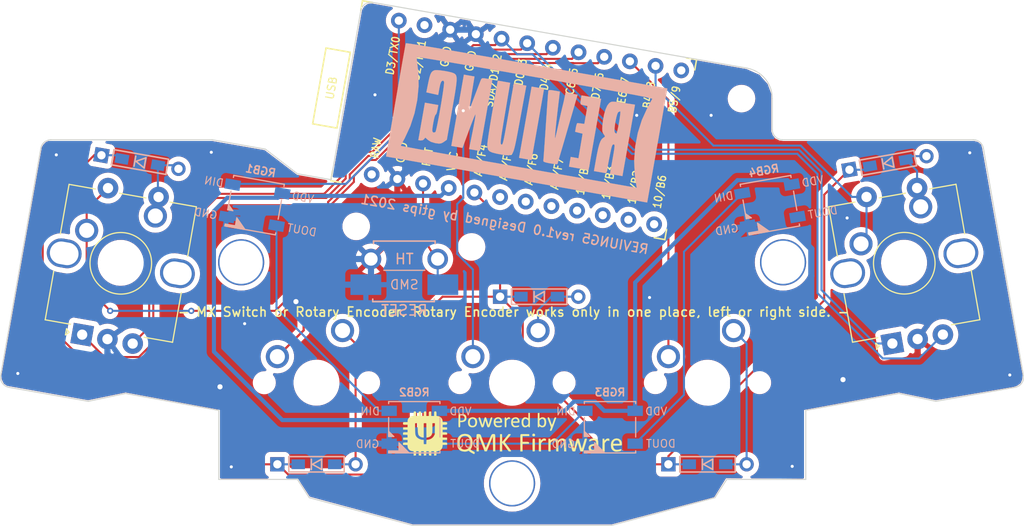
<source format=kicad_pcb>
(kicad_pcb (version 20221018) (generator pcbnew)
  (title_block (title "REVIUNG5") (date "2021-06-09") (rev "1"))
  (layers (0 "F.Cu" signal) (31 "B.Cu" signal) (34 "B.Paste" user) (35 "F.Paste" user) (36 "B.SilkS" user "B.Silkscreen") (37 "F.SilkS" user "F.Silkscreen") (38 "B.Mask" user) (39 "F.Mask" user) (44 "Edge.Cuts" user))
  (net 0 "")
  (net 1 "row0")
  (net 2 "Net-(D1-Pad2)")
  (net 3 "Net-(D2-Pad2)")
  (net 4 "Net-(D3-Pad2)")
  (net 5 "Net-(D4-Pad2)")
  (net 6 "Net-(D5-Pad2)")
  (net 7 "GND")
  (net 8 "reset")
  (net 9 "col0")
  (net 10 "padB")
  (net 11 "padA")
  (net 12 "col4")
  (net 13 "VCC")
  (net 14 "Net-(RGB1-Pad2)")
  (net 15 "LED")
  (net 16 "Net-(RGB2-Pad2)")
  (net 17 "Net-(RGB3-Pad2)")
  (net 18 "Net-(RGB4-Pad2)")
  (net 19 "col1")
  (net 20 "col2")
  (net 21 "col3")
  (net 22 "Net-(U1-Pad2)")
  (net 23 "Net-(U1-Pad12)")
  (net 24 "Net-(U1-Pad13)")
  (net 25 "Net-(U1-Pad14)")
  (net 26 "Net-(U1-Pad15)")
  (net 27 "Net-(U1-Pad16)")
  (net 28 "Net-(U1-Pad17)")
  (net 29 "Net-(U1-Pad18)")
  (net 30 "Net-(U1-Pad19)")
  (net 31 "Net-(U1-Pad24)")
  (footprint "Rotary_Encoder:RotaryEncoder_Alps_EC12E-Switch_Vertical_H20mm_CircularMountingHoles" (layer "F.Cu") (at 37.97 62.62 80)
    (fp_text reference "RESW1" hide)
    (fp_text value "Rotary_Encoder_Switch")
  )
  (footprint "Rotary_Encoder:RotaryEncoder_Alps_EC12E-Switch_Vertical_H20mm_CircularMountingHoles" (layer "F.Cu") (at 116.91 63.48 100)
    (fp_text reference "RESW2" hide)
    (fp_text value "Rotary_Encoder_Switch")
  )
  (footprint "_reviung-kbd:MXOnly-1U-3pin" (layer "F.Cu") (at 41.72 55.62 -10)
    (fp_text reference "SW1")
    (fp_text value "SW_PUSH")
  )
  (footprint "_reviung-kbd:MXOnly-1U-NoLED" (layer "F.Cu") (at 60.8 67.3)
    (fp_text reference "SW2")
    (fp_text value "SW_PUSH")
  )
  (footprint "_reviung-kbd:MXOnly-1U-NoLED" (layer "F.Cu") (at 79.85 67.3)
    (fp_text reference "SW3")
    (fp_text value "SW_PUSH")
  )
  (footprint "_reviung-kbd:MXOnly-1U-NoLED" (layer "F.Cu") (at 98.9 67.3)
    (fp_text reference "SW4")
    (fp_text value "SW_PUSH")
  )
  (footprint "_reviung-kbd:MXOnly-1U-3pin" (layer "F.Cu") (at 118.05 55.61 10)
    (fp_text reference "SW5")
    (fp_text value "SW_PUSH")
  )
  (footprint "_reviung-kbd:ProMicro" (layer "F.Cu") (at 81.76 42.03 80)
    (fp_text reference "U1" hide)
    (fp_text value "ProMicro" hide)
  )
  (footprint "_reviung-kbd:HOLE_2.2mm" (layer "F.Cu") (at 102.21 39.62)
    (fp_text reference "Ref**" hide)
    (fp_text value "Val**" hide)
  )
  (footprint "_reviung-kbd:HOLE_2.2mm" (layer "F.Cu") (at 75.91 54.07)
    (fp_text reference "Ref**" hide)
    (fp_text value "Val**" hide)
  )
  (footprint "_reviung-kbd:HOLE_2.2mm" (layer "F.Cu") (at 64.67 52.07)
    (fp_text reference "Ref**" hide)
    (fp_text value "Val**" hide)
  )
  (footprint "_reviung-kbd:HOLE_4.2mm" (layer "F.Cu") (at 53.46 55.57)
    (fp_text reference "REF**")
    (fp_text value "HOLE_4.2mm")
  )
  (footprint "_reviung-kbd:HOLE_4.2mm" (layer "F.Cu") (at 79.86 77.11)
    (fp_text reference "REF**")
    (fp_text value "HOLE_4.2mm")
  )
  (footprint "_reviung-kbd:HOLE_4.2mm" (layer "F.Cu") (at 106.26 55.57)
    (fp_text reference "REF**")
    (fp_text value "HOLE_4.2mm")
  )
  (footprint "_reviung-kbd:QMK-x4-ver1" (layer "F.Cu") (at 79.88 72.26)
    (fp_text reference "G***" hide)
    (fp_text value "LOGO" hide)
  )
  (footprint "_reviung-kbd:D3_TH_SMD_1side" (layer "B.Cu") (at 43.6 45.8 -10)
    (fp_text reference "D1" hide)
    (fp_text value "1N4148" hide)
  )
  (footprint "_reviung-kbd:D3_TH_SMD_1side" (layer "B.Cu") (at 60.8 75.25)
    (fp_text reference "D2" hide)
    (fp_text value "1N4148" hide)
  )
  (footprint "_reviung-kbd:D3_TH_SMD_1side" (layer "B.Cu") (at 82.5 58.92)
    (fp_text reference "D3" hide)
    (fp_text value "1N4148" hide)
  )
  (footprint "_reviung-kbd:D3_TH_SMD_1side" (layer "B.Cu") (at 98.9 75.25)
    (fp_text reference "D4" hide)
    (fp_text value "1N4148" hide)
  )
  (footprint "_reviung-kbd:D3_TH_SMD_1side" (layer "B.Cu") (at 116.48 45.89 10)
    (fp_text reference "D5" hide)
    (fp_text value "1N4148" hide)
  )
  (footprint "_reviung-kbd:ResetSW_TH_SMD" (layer "B.Cu") (at 69.36 55.25)
    (fp_text reference "reset1" hide)
    (fp_text value "SW_PUSH")
  )
  (footprint "_reviung-kbd:LED_WS2812B_PLCC4_5.0x5.0mm_P3.2mm" (layer "B.Cu") (at 54.77 50 170)
    (fp_text reference "RGB1")
    (fp_text value "WS2812B")
  )
  (footprint "_reviung-kbd:LED_WS2812B_PLCC4_5.0x5.0mm_P3.2mm" (layer "B.Cu") (at 70.33 71.64 180)
    (fp_text reference "RGB2")
    (fp_text value "WS2812B")
  )
  (footprint "_reviung-kbd:LED_WS2812B_PLCC4_5.0x5.0mm_P3.2mm" (layer "B.Cu") (at 89.4 71.64 180)
    (fp_text reference "RGB3")
    (fp_text value "WS2812B")
  )
  (footprint "_reviung-kbd:LED_WS2812B_PLCC4_5.0x5.0mm_P3.2mm" (layer "B.Cu") (at 104.98 50 -170)
    (fp_text reference "RGB4")
    (fp_text value "WS2812B")
  )
  (footprint "_reviung-kbd:reviung-logo" (layer "B.Cu") (at 81.25 41.85 170)
    (fp_text reference "G***" hide)
    (fp_text value "LOGO" hide)
  )
  (gr_curve (pts (xy 51.280106 76.723092) (xy 51.280106 76.723092) (xy 58.942063 76.723092) (xy 58.942063 76.723092)) (stroke (width 0.1)) (layer "Edge.Cuts"))
  (gr_curve (pts (xy 30.840742 67.753377) (xy 30.840742 67.753377) (xy 38.563957 69.112768) (xy 38.563957 69.112768)) (stroke (width 0.1)) (layer "Edge.Cuts"))
  (gr_curve (pts (xy 100.774328 76.723092) (xy 100.774328 76.723092) (xy 108.472782 76.723092) (xy 108.472782 76.723092)) (stroke (width 0.1)) (layer "Edge.Cuts"))
  (gr_curve (pts (xy 50.62937 43.63) (xy 50.62937 43.63) (xy 34.92908 43.629957) (xy 34.92908 43.629957)) (stroke (width 0.1)) (layer "Edge.Cuts"))
  (gr_curve (pts (xy 33.944364 44.455833) (xy 33.944364 44.455833) (xy 30.029357 66.594382) (xy 30.029357 66.594382)) (stroke (width 0.1)) (layer "Edge.Cuts"))
  (gr_curve (pts (xy 108.472782 69.999428) (xy 108.472782 69.999428) (xy 117.544278 68.347204) (xy 117.544278 68.347204)) (stroke (width 0.1)) (layer "Edge.Cuts"))
  (gr_curve (pts (xy 30.029357 66.594382) (xy 29.933131 67.138535) (xy 30.296503 67.657582) (xy 30.840742 67.753377)) (stroke (width 0.1)) (layer "Edge.Cuts"))
  (gr_curve (pts (xy 102.728796 36.650194) (xy 102.728796 36.650194) (xy 66.277683 30.250154) (xy 66.277683 30.250154)) (stroke (width 0.1)) (layer "Edge.Cuts"))
  (gr_curve (pts (xy 55.823562 44.545857) (xy 55.823562 44.545857) (xy 50.62937 43.63) (xy 50.62937 43.63)) (stroke (width 0.1)) (layer "Edge.Cuts"))
  (gr_curve (pts (xy 108.472782 76.723092) (xy 108.472782 76.723092) (xy 108.472782 69.999428) (xy 108.472782 69.999428)) (stroke (width 0.1)) (layer "Edge.Cuts"))
  (gr_curve (pts (xy 128.870094 67.75342) (xy 129.414053 67.657582) (xy 129.777317 67.138879) (xy 129.681392 66.59492)) (stroke (width 0.1)) (layer "Edge.Cuts"))
  (gr_curve (pts (xy 51.280106 70.003196) (xy 51.280106 70.003196) (xy 51.280106 76.723092) (xy 51.280106 76.723092)) (stroke (width 0.1)) (layer "Edge.Cuts"))
  (gr_curve (pts (xy 70.197383 81.20458) (xy 70.197383 81.20458) (xy 89.53998 81.20458) (xy 89.53998 81.20458)) (stroke (width 0.1)) (layer "Edge.Cuts"))
  (gr_curve (pts (xy 105.209996 42.630018) (xy 105.209996 42.630018) (xy 105.209996 39.604987) (xy 105.209996 39.604987)) (stroke (width 0.1)) (layer "Edge.Cuts"))
  (gr_curve (pts (xy 58.933988 46.941986) (xy 58.933988 46.941986) (xy 55.823562 44.545857) (xy 55.823562 44.545857)) (stroke (width 0.1)) (layer "Edge.Cuts"))
  (gr_curve (pts (xy 99.619037 78.505951) (xy 99.619037 78.505951) (xy 100.774328 76.723092) (xy 100.774328 76.723092)) (stroke (width 0.1)) (layer "Edge.Cuts"))
  (gr_curve (pts (xy 34.92908 43.629957) (xy 34.443967 43.629957) (xy 34.028833 43.978127) (xy 33.944364 44.455833)) (stroke (width 0.1)) (layer "Edge.Cuts"))
  (gr_curve (pts (xy 121.153812 69.112768) (xy 121.153812 69.112768) (xy 128.870094 67.75342) (xy 128.870094 67.75342)) (stroke (width 0.1)) (layer "Edge.Cuts"))
  (gr_curve (pts (xy 129.681392 66.59492) (xy 129.681392 66.59492) (xy 125.777496 44.456349) (xy 125.777496 44.456349)) (stroke (width 0.1)) (layer "Edge.Cuts"))
  (gr_curve (pts (xy 89.53998 81.20458) (xy 89.53998 81.20458) (xy 99.619037 78.505951) (xy 99.619037 78.505951)) (stroke (width 0.1)) (layer "Edge.Cuts"))
  (gr_curve (pts (xy 106.21 43.63) (xy 105.657708 43.63) (xy 105.209996 43.182288) (xy 105.209996 42.630018)) (stroke (width 0.1)) (layer "Edge.Cuts"))
  (gr_curve (pts (xy 125.777496 44.456349) (xy 125.693221 43.978428) (xy 125.277979 43.63) (xy 124.792694 43.63)) (stroke (width 0.1)) (layer "Edge.Cuts"))
  (gr_curve (pts (xy 42.190092 68.348086) (xy 42.190092 68.348086) (xy 51.280106 70.003196) (xy 51.280106 70.003196)) (stroke (width 0.1)) (layer "Edge.Cuts"))
  (gr_curve (pts (xy 124.792694 43.63) (xy 124.792694 43.63) (xy 106.21 43.63) (xy 106.21 43.63)) (stroke (width 0.1)) (layer "Edge.Cuts"))
  (gr_curve (pts (xy 38.563957 69.112768) (xy 38.563957 69.112768) (xy 42.190092 68.348086) (xy 42.190092 68.348086)) (stroke (width 0.1)) (layer "Edge.Cuts"))
  (gr_curve (pts (xy 65.119226 31.061323) (xy 65.119226 31.061323) (xy 62.21697 47.520869) (xy 62.21697 47.520869)) (stroke (width 0.1)) (layer "Edge.Cuts"))
  (gr_curve (pts (xy 117.544278 68.347204) (xy 117.544278 68.347204) (xy 121.153812 69.112768) (xy 121.153812 69.112768)) (stroke (width 0.1)) (layer "Edge.Cuts"))
  (gr_curve (pts (xy 60.100067 78.505951) (xy 60.100067 78.505951) (xy 70.197383 81.20458) (xy 70.197383 81.20458)) (stroke (width 0.1)) (layer "Edge.Cuts"))
  (gr_curve (pts (xy 105.209996 39.604987) (xy 105.209996 38.148293) (xy 104.163549 36.902095) (xy 102.728796 36.650194)) (stroke (width 0.1)) (layer "Edge.Cuts"))
  (gr_curve (pts (xy 66.277683 30.250154) (xy 65.733788 30.154252) (xy 65.215129 30.517428) (xy 65.119226 31.061323)) (stroke (width 0.1)) (layer "Edge.Cuts"))
  (gr_curve (pts (xy 62.21697 47.520869) (xy 62.21697 47.520869) (xy 58.933988 46.941986) (xy 58.933988 46.941986)) (stroke (width 0.1)) (layer "Edge.Cuts"))
  (gr_curve (pts (xy 58.942063 76.723092) (xy 58.942063 76.723092) (xy 60.100067 78.505951) (xy 60.100067 78.505951)) (stroke (width 0.1)) (layer "Edge.Cuts"))
  (gr_text "REVIUNG5 rev1.0 Designed by gtips 2021" (at 79.13 51.87 -10) (layer "B.SilkS") (effects (font (size 0.9 0.9)) (justify mirror)))
  (gr_text "- MX Switch or Rotary Encoder. Rotary Encoder works only in one place, left or right side. -" (at 80 60.41) (layer "F.SilkS") (effects (font (size 0.9 0.9))))
  (segment (start 52.489998 72.989998) (end 54.75 75.25) (width 0.2) (layer "F.Cu") (net 1))
  (segment (start 78.69 51.276814) (end 76.186381 48.773195) (width 0.2) (layer "F.Cu") (net 1))
  (segment (start 95.09 75.25) (end 95.09 74.450998) (width 0.2) (layer "F.Cu") (net 1))
  (segment (start 95.09 75.25) (end 91.140998 75.25) (width 0.2) (layer "F.Cu") (net 1))
  (segment (start 58.048501 76.248501) (end 67.651499 76.248501) (width 0.2) (layer "F.Cu") (net 1))
  (segment (start 110.270499 48.979501) (end 112.6984 46.5516) (width 0.2) (layer "F.Cu") (net 1))
  (segment (start 67.651499 76.248501) (end 70.5 73.4) (width 0.2) (layer "F.Cu") (net 1))
  (segment (start 47.709992 65.20001) (end 47.709992 65.229996) (width 0.2) (layer "F.Cu") (net 1))
  (segment (start 80.9 61.13) (end 78.69 58.92) (width 0.2) (layer "F.Cu") (net 1))
  (segment (start 39.847882 45.1384) (end 39.138607 45.1384) (width 0.2) (layer "F.Cu") (net 1))
  (segment (start 57.05 75.25) (end 58.048501 76.248501) (width 0.2) (layer "F.Cu") (net 1))
  (segment (start 73.08 58.92) (end 78.69 58.92) (width 0.2) (layer "F.Cu") (net 1))
  (segment (start 91.140998 75.25) (end 90.810499 74.919501) (width 0.2) (layer "F.Cu") (net 1))
  (segment (start 56.99 75.25) (end 57.05 75.25) (width 0.2) (layer "F.Cu") (net 1))
  (segment (start 112.6984 46.5516) (end 112.727882 46.5516) (width 0.2) (layer "F.Cu") (net 1))
  (segment (start 54.75 75.25) (end 56.99 75.25) (width 0.2) (layer "F.Cu") (net 1))
  (segment (start 78.69 58.92) (end 78.69 51.276814) (width 0.2) (layer "F.Cu") (net 1))
  (segment (start 70.5 73.4) (end 70.5 61.5) (width 0.2) (layer "F.Cu") (net 1))
  (segment (start 34.127556 61.171452) (end 38.156114 65.20001) (width 0.2) (layer "F.Cu") (net 1))
  (segment (start 70.5 61.5) (end 73.08 58.92) (width 0.2) (layer "F.Cu") (net 1))
  (segment (start 110.270499 59.270499) (end 110.270499 48.979501) (width 0.2) (layer "F.Cu") (net 1))
  (segment (start 39.138607 45.1384) (end 34.127556 50.14945) (width 0.2) (layer "F.Cu") (net 1))
  (segment (start 34.127556 50.14945) (end 34.127556 61.171452) (width 0.2) (layer "F.Cu") (net 1))
  (segment (start 47.709992 65.229996) (end 52.489998 70.010002) (width 0.2) (layer "F.Cu") (net 1))
  (segment (start 80.9 65.009002) (end 80.9 61.13) (width 0.2) (layer "F.Cu") (net 1))
  (segment (start 38.156114 65.20001) (end 47.709992 65.20001) (width 0.2) (layer "F.Cu") (net 1))
  (segment (start 90.810499 74.919501) (end 80.9 65.009002) (width 0.2) (layer "F.Cu") (net 1))
  (segment (start 95.09 74.450998) (end 110.270499 59.270499) (width 0.2) (layer "F.Cu") (net 1))
  (segment (start 52.489998 70.010002) (end 52.489998 72.989998) (width 0.2) (layer "F.Cu") (net 1))
  (segment (start 90.900998 75.01) (end 90.810499 74.919501) (width 0.2) (layer "F.Cu") (net 1))
  (segment (start 39.847882 45.1384) (end 41.498592 45.1384) (width 0.2) (layer "B.Cu") (net 1))
  (segment (start 112.727882 46.5516) (end 114.378592 46.5516) (width 0.2) (layer "B.Cu") (net 1))
  (segment (start 114.378592 46.5516) (end 114.731966 46.198226) (width 0.2) (layer "B.Cu") (net 1))
  (segment (start 41.498592 45.1384) (end 41.851966 45.491774) (width 0.2) (layer "B.Cu") (net 1))
  (segment (start 78.69 58.92) (end 80.725 58.92) (width 0.2) (layer "B.Cu") (net 1))
  (segment (start 56.99 75.25) (end 59.025 75.25) (width 0.2) (layer "B.Cu") (net 1))
  (segment (start 95.09 75.25) (end 97.125 75.25) (width 0.2) (layer "B.Cu") (net 1))
  (segment (start 46.998744 46.108226) (end 47.352118 46.4616) (width 0.2) (layer "B.Cu") (net 2))
  (segment (start 45.411937 49.208528) (end 45.411937 50.74985) (width 0.2) (layer "B.Cu") (net 2))
  (segment (start 45.411937 50.74985) (end 45.103544 51.058243) (width 0.2) (layer "B.Cu") (net 2))
  (segment (start 45.348034 49.144625) (end 45.411937 49.208528) (width 0.2) (layer "B.Cu") (net 2))
  (segment (start 45.348034 46.108226) (end 46.998744 46.108226) (width 0.2) (layer "B.Cu") (net 2))
  (segment (start 45.348034 46.108226) (end 45.348034 49.144625) (width 0.2) (layer "B.Cu") (net 2))
  (segment (start 64.61 63.49) (end 63.34 62.22) (width 0.2) (layer "F.Cu") (net 3))
  (segment (start 64.61 75.25) (end 64.61 63.49) (width 0.2) (layer "F.Cu") (net 3))
  (segment (start 64.61 75.25) (end 62.575 75.25) (width 0.2) (layer "B.Cu") (net 3))
  (segment (start 82.39 60.21) (end 83.68 58.92) (width 0.2) (layer "B.Cu") (net 4))
  (segment (start 82.39 62.22) (end 82.39 60.21) (width 0.2) (layer "B.Cu") (net 4))
  (segment (start 84.275 58.92) (end 86.31 58.92) (width 0.2) (layer "B.Cu") (net 4))
  (segment (start 83.68 58.92) (end 84.275 58.92) (width 0.2) (layer "B.Cu") (net 4))
  (segment (start 100.675 75.25) (end 102.71 75.25) (width 0.2) (layer "B.Cu") (net 5))
  (segment (start 102.71 63.49) (end 101.44 62.22) (width 0.2) (layer "B.Cu") (net 5))
  (segment (start 102.71 75.01) (end 102.71 63.49) (width 0.2) (layer "B.Cu") (net 5))
  (segment (start 120.232118 45.2284) (end 118.581408 45.2284) (width 0.2) (layer "B.Cu") (net 6))
  (segment (start 119.669279 50.16611) (end 119.669279 48.685186) (width 0.2) (layer "B.Cu") (net 6))
  (segment (start 119.669279 48.685186) (end 119.31614 48.332047) (width 0.2) (layer "B.Cu") (net 6))
  (segment (start 119.31614 48.332047) (end 119.31614 46.66988) (width 0.2) (layer "B.Cu") (net 6))
  (segment (start 118.581408 45.2284) (end 118.228034 45.581774) (width 0.2) (layer "B.Cu") (net 6))
  (segment (start 119.31614 46.66988) (end 118.228034 45.581774) (width 0.2) (layer "B.Cu") (net 6))
  (segment (start 51.4 67.7) (end 51.4 67.7) (width 0.6) (layer "F.Cu") (net 7))
  (segment (start 51.4 66.8) (end 51.4 67.7) (width 0.6) (layer "F.Cu") (net 7))
  (segment (start 68.682146 52.677854) (end 66.11 55.25) (width 0.6) (layer "F.Cu") (net 7))
  (segment (start 116.832112 67) (end 119.372019 64.460093) (width 0.6) (layer "F.Cu") (net 7))
  (segment (start 112.1 67) (end 116.832112 67) (width 0.6) (layer "F.Cu") (net 7))
  (segment (start 68.682146 47.449996) (end 68.682146 52.677854) (width 0.6) (layer "F.Cu") (net 7))
  (segment (start 119.372019 64.460093) (end 119.372019 63.04588) (width 0.6) (layer "F.Cu") (net 7))
  (segment (start 58.8 59.4) (end 51.4 66.8) (width 0.6) (layer "F.Cu") (net 7))
  (via (at 58.8 59.4) (size 0.9) (drill 0.5) (layers "F.Cu" "B.Cu") (net 7))
  (via (at 93.25 59) (size 0.6) (drill 0.3) (layers "F.Cu" "B.Cu") (net 7))
  (via (at 128.35 66.55) (size 0.6) (drill 0.3) (layers "F.Cu" "B.Cu") (net 7))
  (via (at 53.8 61.55) (size 0.6) (drill 0.3) (layers "F.Cu" "B.Cu") (net 7))
  (via (at 99.25 41.25) (size 0.6) (drill 0.3) (layers "F.Cu" "B.Cu") (net 7))
  (via (at 124.45 44.9) (size 0.6) (drill 0.3) (layers "F.Cu" "B.Cu") (net 7))
  (via (at 51.4 67.7) (size 0.9) (drill 0.5) (layers "F.Cu" "B.Cu") (net 7))
  (via (at 66.5 39.25) (size 0.6) (drill 0.3) (layers "F.Cu" "B.Cu") (net 7))
  (via (at 31.7 66.4) (size 0.6) (drill 0.3) (layers "F.Cu" "B.Cu") (net 7))
  (via (at 50.55 44.85) (size 0.6) (drill 0.3) (layers "F.Cu" "B.Cu") (net 7))
  (via (at 52.5 75.5) (size 0.6) (drill 0.3) (layers "F.Cu" "B.Cu") (net 7))
  (via (at 107.15 75.45) (size 0.6) (drill 0.3) (layers "F.Cu" "B.Cu") (net 7))
  (via (at 112.1 67) (size 0.9) (drill 0.5) (layers "F.Cu" "B.Cu") (net 7))
  (via (at 92 41.25) (size 0.6) (drill 0.3) (layers "F.Cu" "B.Cu") (net 7))
  (via (at 112.5 51.25) (size 0.6) (drill 0.3) (layers "F.Cu" "B.Cu") (net 7))
  (via (at 35.45 45.1) (size 0.6) (drill 0.3) (layers "F.Cu" "B.Cu") (net 7))
  (segment (start 58.8 59.4) (end 58.8 59.4) (width 0.6) (layer "B.Cu") (net 7))
  (segment (start 112.1 67) (end 112.1 67) (width 0.6) (layer "B.Cu") (net 7))
  (segment (start 68.880001 74.240001) (end 85.949999 74.240001) (width 0.6) (layer "B.Cu") (net 7))
  (segment (start 85.949999 74.240001) (end 86.95 73.24) (width 0.6) (layer "B.Cu") (net 7))
  (segment (start 73.826482 32.902289) (end 69.444145 37.284626) (width 0.6) (layer "B.Cu") (net 7))
  (segment (start 66.11 55.25) (end 62.048532 55.25) (width 0.6) (layer "B.Cu") (net 7))
  (segment (start 103.276667 52.432739) (end 102.845058 52.00113) (width 0.6) (layer "B.Cu") (net 7))
  (segment (start 66.11 57.25) (end 65.61 57.75) (width 0.6) (layer "B.Cu") (net 7))
  (segment (start 93.009999 74.240001) (end 87.950001 74.240001) (width 0.6) (layer "B.Cu") (net 7))
  (segment (start 60.45 57.75) (end 58.8 59.4) (width 0.6) (layer "B.Cu") (net 7))
  (segment (start 109 56.900002) (end 109.010001 56.890001) (width 0.6) (layer "B.Cu") (net 7))
  (segment (start 101.393901 66.102927) (end 101.393901 69.856099) (width 0.6) (layer "B.Cu") (net 7))
  (segment (start 107.192741 52.432739) (end 103.276667 52.432739) (width 0.6) (layer "B.Cu") (net 7))
  (segment (start 40.432019 64.468333) (end 43.663686 67.7) (width 0.6) (layer "B.Cu") (net 7))
  (segment (start 65.61 57.75) (end 60.45 57.75) (width 0.6) (layer "B.Cu") (net 7))
  (segment (start 102.845058 52.00113) (end 99.814999 55.031189) (width 0.6) (layer "B.Cu") (net 7))
  (segment (start 52.510993 50.718645) (end 52.079384 51.150254) (width 0.6) (layer "B.Cu") (net 7))
  (segment (start 87.950001 74.240001) (end 86.95 73.24) (width 0.6) (layer "B.Cu") (net 7))
  (segment (start 73.826482 32.902289) (end 75.886828 32.902289) (width 0.6) (layer "B.Cu") (net 7))
  (segment (start 56.94 73.24) (end 67.88 73.24) (width 0.6) (layer "B.Cu") (net 7))
  (segment (start 99.814999 55.031189) (end 99.814999 64.524025) (width 0.6) (layer "B.Cu") (net 7))
  (segment (start 95.25 72) (end 93.009999 74.240001) (width 0.6) (layer "B.Cu") (net 7))
  (segment (start 112.1 67) (end 109 63.9) (width 0.6) (layer "B.Cu") (net 7))
  (segment (start 66.11 55.25) (end 66.11 57.25) (width 0.6) (layer "B.Cu") (net 7))
  (segment (start 109 63.9) (end 109 56.900002) (width 0.6) (layer "B.Cu") (net 7))
  (segment (start 75.886828 32.902289) (end 76.327894 33.343355) (width 0.6) (layer "B.Cu") (net 7))
  (segment (start 69.444145 46.687997) (end 69.444145 37.644145) (width 0.6) (layer "B.Cu") (net 7))
  (segment (start 99.814999 64.524025) (end 101.393901 66.102927) (width 0.6) (layer "B.Cu") (net 7))
  (segment (start 40.432019 63.05412) (end 40.432019 64.468333) (width 0.6) (layer "B.Cu") (net 7))
  (segment (start 67.88 73.24) (end 68.880001 74.240001) (width 0.6) (layer "B.Cu") (net 7))
  (segment (start 62.048532 55.25) (end 57.517177 50.718645) (width 0.6) (layer "B.Cu") (net 7))
  (segment (start 68.682146 47.449996) (end 69.444145 46.687997) (width 0.6) (layer "B.Cu") (net 7))
  (segment (start 57.517177 50.718645) (end 52.510993 50.718645) (width 0.6) (layer "B.Cu") (net 7))
  (segment (start 109.010001 54.249999) (end 107.192741 52.432739) (width 0.6) (layer "B.Cu") (net 7))
  (segment (start 43.663686 67.7) (end 51.4 67.7) (width 0.6) (layer "B.Cu") (net 7))
  (segment (start 101.393901 69.856099) (end 99.25 72) (width 0.6) (layer "B.Cu") (net 7))
  (segment (start 99.25 72) (end 95.25 72) (width 0.6) (layer "B.Cu") (net 7))
  (segment (start 69.444145 37.284626) (end 69.444145 37.644145) (width 0.6) (layer "B.Cu") (net 7))
  (segment (start 51.4 67.7) (end 56.94 73.24) (width 0.6) (layer "B.Cu") (net 7))
  (segment (start 109.010001 56.890001) (end 109.010001 54.249999) (width 0.6) (layer "B.Cu") (net 7))
  (segment (start 71.753691 54.099661) (end 71.551098 53.671315) (width 0.2) (layer "F.Cu") (net 8))
  (segment (start 71.997293 54.506086) (end 71.753691 54.099661) (width 0.2) (layer "F.Cu") (net 8))
  (segment (start 71.183557 51.823557) (end 71.183557 47.891063) (width 0.2) (layer "F.Cu") (net 8))
  (segment (start 72.59777 55.23777) (end 72.279558 54.886678) (width 0.2) (layer "F.Cu") (net 8))
  (segment (start 71.551098 53.671315) (end 71.391467 53.225175) (width 0.2) (layer "F.Cu") (net 8))
  (segment (start 72.279558 54.886678) (end 71.997293 54.506086) (width 0.2) (layer "F.Cu") (net 8))
  (segment (start 72.59777 55.23777) (end 72.61 55.25) (width 0.2) (layer "F.Cu") (net 8))
  (segment (start 71.391467 53.225175) (end 71.276333 52.765536) (width 0.2) (layer "F.Cu") (net 8))
  (segment (start 71.276333 52.765536) (end 71.206806 52.296825) (width 0.2) (layer "F.Cu") (net 8))
  (segment (start 71.206806 52.296825) (end 71.183557 51.823557) (width 0.2) (layer "F.Cu") (net 8))
  (segment (start 72.61 57.25) (end 73.11 57.75) (width 0.2) (layer "B.Cu") (net 8))
  (segment (start 72.61 55.25) (end 72.61 57.25) (width 0.2) (layer "B.Cu") (net 8))
  (segment (start 40.7 60.3) (end 40.7 60.3) (width 0.2) (layer "F.Cu") (net 9))
  (segment (start 64.04327 47.008933) (end 65.852213 45.19999) (width 0.2) (layer "F.Cu") (net 9))
  (segment (start 74.8179 36.800002) (end 74.831396 36.800002) (width 0.2) (layer "F.Cu") (net 9))
  (segment (start 38.408949 52.456989) (end 38.435204 52.483244) (width 0.2) (layer "F.Cu") (net 9))
  (segment (start 38.408949 52.456989) (end 38.408949 58.008949) (width 0.2) (layer "F.Cu") (net 9))
  (segment (start 38.408949 50.419238) (end 40.487899 48.340288) (width 0.2) (layer "F.Cu") (net 9))
  (segment (start 40.487899 48.340288) (end 40.91966 47.908527) (width 0.2) (layer "F.Cu") (net 9))
  (segment (start 76.25 35.3679) (end 76.330411 35.287489) (width 0.2) (layer "F.Cu") (net 9))
  (segment (start 48.6 60.3) (end 56.789998 60.3) (width 0.2) (layer "F.Cu") (net 9))
  (segment (start 74.831396 36.800002) (end 76.25 35.381398) (width 0.2) (layer "F.Cu") (net 9))
  (segment (start 38.408949 52.456989) (end 38.408949 50.419238) (width 0.2) (layer "F.Cu") (net 9))
  (segment (start 61.933951 55.156047) (end 61.933951 49.683951) (width 0.2) (layer "F.Cu") (net 9))
  (segment (start 66.417912 45.19999) (end 74.8179 36.800002) (width 0.2) (layer "F.Cu") (net 9))
  (segment (start 83.211194 35.287489) (end 83.832129 34.666554) (width 0.2) (layer "F.Cu") (net 9))
  (segment (start 76.25 35.381398) (end 76.25 35.3679) (width 0.2) (layer "F.Cu") (net 9))
  (segment (start 76.330411 35.287489) (end 83.211194 35.287489) (width 0.2) (layer "F.Cu") (net 9))
  (segment (start 65.852213 45.19999) (end 66.417912 45.19999) (width 0.2) (layer "F.Cu") (net 9))
  (segment (start 61.933951 49.683951) (end 64.04327 47.574631) (width 0.2) (layer "F.Cu") (net 9))
  (segment (start 64.04327 47.574631) (end 64.04327 47.008933) (width 0.2) (layer "F.Cu") (net 9))
  (segment (start 38.408949 58.008949) (end 40.7 60.3) (width 0.2) (layer "F.Cu") (net 9))
  (segment (start 56.789998 60.3) (end 61.933951 55.156047) (width 0.2) (layer "F.Cu") (net 9))
  (via (at 40.7 60.3) (size 0.6) (drill 0.3) (layers "F.Cu" "B.Cu") (net 9))
  (via (at 48.6 60.3) (size 0.6) (drill 0.3) (layers "F.Cu" "B.Cu") (net 9))
  (segment (start 48.6 60.3) (end 48.6 60.3) (width 0.2) (layer "B.Cu") (net 9))
  (segment (start 40.7 60.3) (end 48.6 60.3) (width 0.2) (layer "B.Cu") (net 9))
  (segment (start 38.435204 52.483244) (end 38.408949 52.456989) (width 0.2) (layer "B.Cu") (net 9))
  (segment (start 76.081148 34.405356) (end 78.208371 34.405356) (width 0.2) (layer "F.Cu") (net 10))
  (segment (start 44.5 55.2463) (end 50.846309 48.89999) (width 0.2) (layer "F.Cu") (net 10))
  (segment (start 74.486523 35.999982) (end 74.500018 35.999982) (width 0.2) (layer "F.Cu") (net 10))
  (segment (start 74.118252 36.368252) (end 76.081148 34.405356) (width 0.2) (layer "F.Cu") (net 10))
  (segment (start 61.586514 48.863486) (end 63.24325 47.20675) (width 0.2) (layer "F.Cu") (net 10))
  (segment (start 66.943252 43.543252) (end 69.743252 40.743252) (width 0.2) (layer "F.Cu") (net 10))
  (segment (start 42.894039 63.488241) (end 44.5 61.88228) (width 0.2) (layer "F.Cu") (net 10))
  (segment (start 44.5 61.88228) (end 44.5 55.2463) (width 0.2) (layer "F.Cu") (net 10))
  (segment (start 65.520835 44.39997) (end 66.086536 44.39997) (width 0.2) (layer "F.Cu") (net 10))
  (segment (start 78.208371 34.405356) (end 78.829306 33.784421) (width 0.2) (layer "F.Cu") (net 10))
  (segment (start 61.586514 48.89999) (end 61.586514 48.863486) (width 0.2) (layer "F.Cu") (net 10))
  (segment (start 63.24325 47.20675) (end 63.24325 46.677555) (width 0.2) (layer "F.Cu") (net 10))
  (segment (start 63.24325 46.677555) (end 65.520835 44.39997) (width 0.2) (layer "F.Cu") (net 10))
  (segment (start 66.086536 44.399968) (end 69.743252 40.743252) (width 0.2) (layer "F.Cu") (net 10))
  (segment (start 50.846309 48.89999) (end 61.586514 48.89999) (width 0.2) (layer "F.Cu") (net 10))
  (segment (start 69.743252 40.743252) (end 74.118252 36.368252) (width 0.2) (layer "F.Cu") (net 10))
  (segment (start 74.118252 36.368252) (end 74.486523 35.999982) (width 0.2) (layer "F.Cu") (net 10))
  (segment (start 66.086536 44.39997) (end 66.086536 44.399968) (width 0.2) (layer "F.Cu") (net 10))
  (segment (start 107.646224 45.00002) (end 91.539551 45.00002) (width 0.2) (layer "B.Cu") (net 10))
  (segment (start 115.97457 64.938466) (end 109.610011 58.573907) (width 0.2) (layer "B.Cu") (net 10))
  (segment (start 109.610011 58.573907) (end 109.610011 46.963807) (width 0.2) (layer "B.Cu") (net 10))
  (segment (start 81.839531 35.3) (end 80.344885 35.3) (width 0.2) (layer "B.Cu") (net 10))
  (segment (start 119.507332 64.938466) (end 115.97457 64.938466) (width 0.2) (layer "B.Cu") (net 10))
  (segment (start 91.539551 45.00002) (end 81.839531 35.3) (width 0.2) (layer "B.Cu") (net 10))
  (segment (start 121.834039 62.611759) (end 119.507332 64.938466) (width 0.2) (layer "B.Cu") (net 10))
  (segment (start 109.610011 46.963807) (end 107.646224 45.00002) (width 0.2) (layer "B.Cu") (net 10))
  (segment (start 80.344885 35.3) (end 78.829306 33.784421) (width 0.2) (layer "B.Cu") (net 10))
  (segment (start 40.15 64.8) (end 43.5 64.8) (width 0.2) (layer "F.Cu") (net 11))
  (segment (start 44.9 63.4) (end 44.9 62.047979) (width 0.2) (layer "F.Cu") (net 11))
  (segment (start 44.90001 62.047969) (end 44.90001 55.411988) (width 0.2) (layer "F.Cu") (net 11))
  (segment (start 43.5 64.8) (end 44.9 63.4) (width 0.2) (layer "F.Cu") (net 11))
  (segment (start 65.686524 44.79998) (end 66.252224 44.79998) (width 0.2) (layer "F.Cu") (net 11))
  (segment (start 37.97 62.62) (end 40.15 64.8) (width 0.2) (layer "F.Cu") (net 11))
  (segment (start 61.752204 49.3) (end 63.64326 47.408944) (width 0.2) (layer "F.Cu") (net 11))
  (segment (start 44.9 62.047979) (end 44.90001 62.047969) (width 0.2) (layer "F.Cu") (net 11))
  (segment (start 76.20578 34.846422) (end 80.709784 34.846422) (width 0.2) (layer "F.Cu") (net 11))
  (segment (start 74.665707 36.399992) (end 75.85 35.215699) (width 0.2) (layer "F.Cu") (net 11))
  (segment (start 66.252224 44.79998) (end 74.652212 36.399992) (width 0.2) (layer "F.Cu") (net 11))
  (segment (start 44.90001 55.411988) (end 51.011998 49.3) (width 0.2) (layer "F.Cu") (net 11))
  (segment (start 74.652212 36.399992) (end 74.665707 36.399992) (width 0.2) (layer "F.Cu") (net 11))
  (segment (start 63.64326 47.408944) (end 63.64326 46.843244) (width 0.2) (layer "F.Cu") (net 11))
  (segment (start 75.85 35.202202) (end 76.20578 34.846422) (width 0.2) (layer "F.Cu") (net 11))
  (segment (start 63.64326 46.843244) (end 65.686524 44.79998) (width 0.2) (layer "F.Cu") (net 11))
  (segment (start 80.709784 34.846422) (end 81.330718 34.225488) (width 0.2) (layer "F.Cu") (net 11))
  (segment (start 51.011998 49.3) (end 61.752204 49.3) (width 0.2) (layer "F.Cu") (net 11))
  (segment (start 75.85 35.215699) (end 75.85 35.202202) (width 0.2) (layer "F.Cu") (net 11))
  (segment (start 110.010021 46.798118) (end 110.010021 58.275719) (width 0.2) (layer "B.Cu") (net 11))
  (segment (start 115.214301 63.48) (end 116.91 63.48) (width 0.2) (layer "B.Cu") (net 11))
  (segment (start 81.330718 34.225488) (end 91.70524 44.60001) (width 0.2) (layer "B.Cu") (net 11))
  (segment (start 91.70524 44.60001) (end 107.811912 44.60001) (width 0.2) (layer "B.Cu") (net 11))
  (segment (start 110.010021 58.275719) (end 115.214301 63.48) (width 0.2) (layer "B.Cu") (net 11))
  (segment (start 107.811912 44.60001) (end 110.010021 46.798118) (width 0.2) (layer "B.Cu") (net 11))
  (segment (start 114.392101 53.234903) (end 113.856816 53.770188) (width 0.2) (layer "B.Cu") (net 12))
  (segment (start 114.392101 49.200288) (end 114.392101 53.234903) (width 0.2) (layer "B.Cu") (net 12))
  (segment (start 107.9776 44.2) (end 99.475552 44.2) (width 0.2) (layer "B.Cu") (net 12))
  (segment (start 93.837776 38.562224) (end 93.837776 36.43082) (width 0.2) (layer "B.Cu") (net 12))
  (segment (start 99.475552 44.2) (end 93.837776 38.562224) (width 0.2) (layer "B.Cu") (net 12))
  (segment (start 114.392101 49.200288) (end 112.977888 49.200288) (width 0.2) (layer "B.Cu") (net 12))
  (segment (start 112.977888 49.200288) (end 107.9776 44.2) (width 0.2) (layer "B.Cu") (net 12))
  (segment (start 50.809999 64.277001) (end 57.472999 70.940001) (width 0.4) (layer "B.Cu") (net 13))
  (segment (start 57.704998 49.094128) (end 57.460616 48.849746) (width 0.4) (layer "B.Cu") (net 13))
  (segment (start 84.979998 70.04) (end 85.879999 69.139999) (width 0.4) (layer "B.Cu") (net 13))
  (segment (start 106.683333 47.567261) (end 107.114942 47.99887) (width 0.4) (layer "B.Cu") (net 13))
  (segment (start 72.78 70.04) (end 84.979998 70.04) (width 0.4) (layer "B.Cu") (net 13))
  (segment (start 91.85 70.04) (end 88.84 70.04) (width 0.4) (layer "B.Cu") (net 13))
  (segment (start 57.029007 49.281355) (end 52.108161 49.281355) (width 0.4) (layer "B.Cu") (net 13))
  (segment (start 88.84 70.04) (end 87.939999 69.139999) (width 0.4) (layer "B.Cu") (net 13))
  (segment (start 91.85 70.04) (end 91.85 57.535832) (width 0.4) (layer "B.Cu") (net 13))
  (segment (start 71.879999 70.940001) (end 72.78 70.04) (width 0.4) (layer "B.Cu") (net 13))
  (segment (start 91.85 57.535832) (end 101.818571 47.567261) (width 0.4) (layer "B.Cu") (net 13))
  (segment (start 57.460616 48.849746) (end 57.029007 49.281355) (width 0.4) (layer "B.Cu") (net 13))
  (segment (start 50.809999 50.579517) (end 50.809999 64.277001) (width 0.4) (layer "B.Cu") (net 13))
  (segment (start 101.818571 47.567261) (end 106.683333 47.567261) (width 0.4) (layer "B.Cu") (net 13))
  (segment (start 57.472999 70.940001) (end 71.879999 70.940001) (width 0.4) (layer "B.Cu") (net 13))
  (segment (start 73.684969 48.332129) (end 72.92297 49.094128) (width 0.4) (layer "B.Cu") (net 13))
  (segment (start 52.108161 49.281355) (end 50.809999 50.579517) (width 0.4) (layer "B.Cu") (net 13))
  (segment (start 72.92297 49.094128) (end 57.704998 49.094128) (width 0.4) (layer "B.Cu") (net 13))
  (segment (start 85.879999 69.139999) (end 87.939999 69.139999) (width 0.4) (layer "B.Cu") (net 13))
  (segment (start 56.904942 60.063944) (end 66.880998 70.04) (width 0.2) (layer "B.Cu") (net 14))
  (segment (start 66.880998 70.04) (end 67.88 70.04) (width 0.2) (layer "B.Cu") (net 14))
  (segment (start 56.904942 52.00113) (end 56.904942 60.063944) (width 0.2) (layer "B.Cu") (net 14))
  (segment (start 68.823659 32.020156) (end 68.823659 42.776341) (width 0.2) (layer "B.Cu") (net 15))
  (segment (start 52.706832 47.927096) (end 52.635058 47.99887) (width 0.2) (layer "B.Cu") (net 15))
  (segment (start 68.823659 42.776341) (end 63.672904 47.927096) (width 0.2) (layer "B.Cu") (net 15))
  (segment (start 63.672904 47.927096) (end 52.706832 47.927096) (width 0.2) (layer "B.Cu") (net 15))
  (segment (start 83.75 73.24) (end 86.95 70.04) (width 0.2) (layer "B.Cu") (net 16))
  (segment (start 72.78 73.24) (end 83.75 73.24) (width 0.2) (layer "B.Cu") (net 16))
  (segment (start 96.606099 68.483901) (end 96.606099 54.533031) (width 0.2) (layer "B.Cu") (net 17))
  (segment (start 96.606099 54.533031) (end 102.289384 48.849746) (width 0.2) (layer "B.Cu") (net 17))
  (segment (start 91.85 73.24) (end 96.606099 68.483901) (width 0.2) (layer "B.Cu") (net 17))
  (segment (start 64.44328 47.174622) (end 66.017902 45.6) (width 0.2) (layer "F.Cu") (net 19))
  (segment (start 74.98359 37.20001) (end 74.997086 37.20001) (width 0.2) (layer "F.Cu") (net 19))
  (segment (start 59.550001 62.199999) (end 56.99 64.76) (width 0.2) (layer "F.Cu") (net 19))
  (segment (start 66.017902 45.6) (end 66.5836 45.6) (width 0.2) (layer "F.Cu") (net 19))
  (segment (start 56.99 64.76) (end 59.552848 62.197152) (width 0.2) (layer "F.Cu") (net 19))
  (segment (start 59.550001 59.262001) (end 59.550001 62.199999) (width 0.2) (layer "F.Cu") (net 19))
  (segment (start 59.550001 58.105695) (end 62.333961 55.321736) (width 0.2) (layer "F.Cu") (net 19))
  (segment (start 74.997086 37.20001) (end 76.447096 35.75) (width 0.2) (layer "F.Cu") (net 19))
  (segment (start 64.44328 47.74032) (end 64.44328 47.174622) (width 0.2) (layer "F.Cu") (net 19))
  (segment (start 85.691162 35.75) (end 86.333541 35.107621) (width 0.2) (layer "F.Cu") (net 19))
  (segment (start 76.447096 35.75) (end 85.691162 35.75) (width 0.2) (layer "F.Cu") (net 19))
  (segment (start 66.5836 45.6) (end 74.98359 37.20001) (width 0.2) (layer "F.Cu") (net 19))
  (segment (start 62.333961 49.849639) (end 64.44328 47.74032) (width 0.2) (layer "F.Cu") (net 19))
  (segment (start 62.333961 55.321736) (end 62.333961 49.849639) (width 0.2) (layer "F.Cu") (net 19))
  (segment (start 59.550001 62.199999) (end 59.550001 58.105695) (width 0.2) (layer "F.Cu") (net 19))
  (segment (start 75.1 40.8) (end 75.1 40.8) (width 0.2) (layer "F.Cu") (net 20))
  (segment (start 88.214018 36.169622) (end 88.834953 35.548687) (width 0.2) (layer "F.Cu") (net 20))
  (segment (start 75.1 40.8) (end 79.74999 36.15001) (width 0.2) (layer "F.Cu") (net 20))
  (segment (start 85.82378 36.169622) (end 88.214018 36.169622) (width 0.2) (layer "F.Cu") (net 20))
  (segment (start 79.74999 36.15001) (end 85.804168 36.15001) (width 0.2) (layer "F.Cu") (net 20))
  (segment (start 85.804168 36.15001) (end 85.82378 36.169622) (width 0.2) (layer "F.Cu") (net 20))
  (via (at 75.1 40.8) (size 0.6) (drill 0.3) (layers "F.Cu" "B.Cu") (net 20))
  (segment (start 76.04 56.272002) (end 74.509999 54.742001) (width 0.2) (layer "B.Cu") (net 20))
  (segment (start 75.1 40.8) (end 75.1 49.3) (width 0.2) (layer "B.Cu") (net 20))
  (segment (start 75.1 49.3) (end 74.509999 49.890001) (width 0.2) (layer "B.Cu") (net 20))
  (segment (start 74.509999 54.742001) (end 74.509999 49.890001) (width 0.2) (layer "B.Cu") (net 20))
  (segment (start 76.04 64.76) (end 76.04 56.272002) (width 0.2) (layer "B.Cu") (net 20))
  (segment (start 95.09 64.76) (end 95.09 39.743389) (width 0.2) (layer "F.Cu") (net 21))
  (segment (start 95.09 39.743389) (end 91.336364 35.989753) (width 0.2) (layer "F.Cu") (net 21))
  (zone (net 7) (net_name "GND") (layer "F.Cu") (connect_pads (clearance 0.508)) (min_thickness 0.254) (fill yes (thermal_gap 0.508) (thermal_bridge_width 0.508))
    (polygon (pts (xy 102.7 36.75) (xy 103.95 37.3) (xy 104.75 38.2) (xy 105.1 39.15) (xy 105.1 42.8) (xy 105.25 43.2) (xy 105.5 43.5) (xy 105.9 43.7) (xy 106.25 43.75) (xy 124.85 43.75) (xy 125.25 43.85) (xy 125.55 44.1) (xy 125.65 44.45) (xy 129.6 66.6) (xy 129.55 67) (xy 129.4 67.35) (xy 129.05 67.6) (xy 128.75 67.7) (xy 121.15 69) (xy 117.55 68.25) (xy 108.3 69.95) (xy 108.3 76.65) (xy 100.7 76.6) (xy 99.55 78.45) (xy 89.55 81.1) (xy 70.2 81.1) (xy 60.15 78.4) (xy 59 76.65) (xy 51.4 76.65) (xy 51.4 69.95) (xy 42.2 68.25) (xy 38.55 69) (xy 30.65 67.6) (xy 30.35 67.4) (xy 30.15 67) (xy 30.1 66.65) (xy 34.05 44.35) (xy 34.2 44.1) (xy 34.45 43.85) (xy 34.7 43.75) (xy 50.6 43.75) (xy 55.75 44.65) (xy 58.9 47.05) (xy 62.3 47.65) (xy 65.25 31) (xy 65.45 30.65) (xy 65.8 30.4) (xy 66.15 30.35)))
  )
  (zone (net 7) (net_name "GND") (layer "B.Cu") (connect_pads (clearance 0.508)) (min_thickness 0.254) (fill yes (thermal_gap 0.508) (thermal_bridge_width 0.508))
    (polygon (pts (xy 102.7 36.75) (xy 103.95 37.3) (xy 104.75 38.2) (xy 105.1 39.15) (xy 105.1 42.8) (xy 105.25 43.2) (xy 105.5 43.5) (xy 105.9 43.7) (xy 106.2 43.75) (xy 124.85 43.75) (xy 125.25 43.85) (xy 125.55 44.1) (xy 125.65 44.45) (xy 129.6 66.6) (xy 129.55 67) (xy 129.4 67.35) (xy 129.05 67.6) (xy 128.75 67.7) (xy 121.15 69) (xy 117.55 68.25) (xy 108.3 69.95) (xy 108.3 76.65) (xy 100.7 76.6) (xy 99.55 78.45) (xy 89.55 81.1) (xy 70.2 81.1) (xy 60.15 78.4) (xy 59 76.65) (xy 51.4 76.65) (xy 51.4 69.95) (xy 42.2 68.25) (xy 38.55 69) (xy 30.65 67.6) (xy 30.35 67.4) (xy 30.15 67) (xy 30.1 66.65) (xy 34.05 44.35) (xy 34.2 44.1) (xy 34.45 43.85) (xy 34.7 43.75) (xy 50.6 43.75) (xy 55.75 44.65) (xy 58.9 47.05) (xy 62.3 47.65) (xy 65.25 31) (xy 65.45 30.65) (xy 65.8 30.4) (xy 66.15 30.35)))
  )
)
</source>
